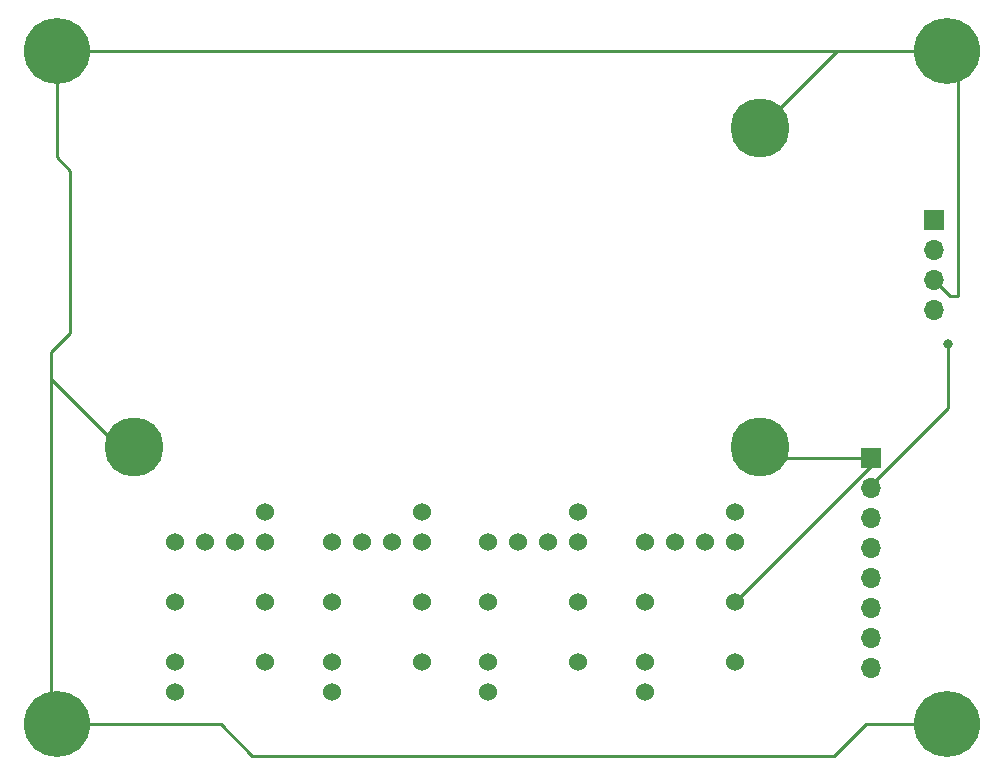
<source format=gbr>
%TF.GenerationSoftware,KiCad,Pcbnew,(5.1.7)-1*%
%TF.CreationDate,2022-02-19T15:23:42+00:00*%
%TF.ProjectId,ControlMenu-PCB,436f6e74-726f-46c4-9d65-6e752d504342,rev?*%
%TF.SameCoordinates,Original*%
%TF.FileFunction,Copper,L2,Bot*%
%TF.FilePolarity,Positive*%
%FSLAX46Y46*%
G04 Gerber Fmt 4.6, Leading zero omitted, Abs format (unit mm)*
G04 Created by KiCad (PCBNEW (5.1.7)-1) date 2022-02-19 15:23:42*
%MOMM*%
%LPD*%
G01*
G04 APERTURE LIST*
%TA.AperFunction,ComponentPad*%
%ADD10C,5.600000*%
%TD*%
%TA.AperFunction,ComponentPad*%
%ADD11O,1.700000X1.700000*%
%TD*%
%TA.AperFunction,ComponentPad*%
%ADD12R,1.700000X1.700000*%
%TD*%
%TA.AperFunction,ComponentPad*%
%ADD13C,5.000000*%
%TD*%
%TA.AperFunction,ComponentPad*%
%ADD14C,1.524000*%
%TD*%
%TA.AperFunction,ViaPad*%
%ADD15C,0.800000*%
%TD*%
%TA.AperFunction,Conductor*%
%ADD16C,0.250000*%
%TD*%
G04 APERTURE END LIST*
D10*
%TO.P,REF\u002A\u002A,1*%
%TO.N,/GND*%
X192090000Y-96880000D03*
%TD*%
D11*
%TO.P,J2,4*%
%TO.N,Net-(J1-Pad8)*%
X266320000Y-118800000D03*
%TO.P,J2,3*%
%TO.N,/GND*%
X266320000Y-116260000D03*
%TO.P,J2,2*%
%TO.N,/SDA*%
X266320000Y-113720000D03*
D12*
%TO.P,J2,1*%
%TO.N,/SCL*%
X266320000Y-111180000D03*
%TD*%
D13*
%TO.P,REF\u002A\u002A,1*%
%TO.N,/GND*%
X198590000Y-130380000D03*
%TD*%
%TO.P,REF\u002A\u002A,1*%
%TO.N,/GND*%
X251590000Y-130380000D03*
%TD*%
%TO.P,REF\u002A\u002A,1*%
%TO.N,/GND*%
X251590000Y-103380000D03*
%TD*%
D10*
%TO.P,REF\u002A\u002A,1*%
%TO.N,/GND*%
X192090000Y-153880000D03*
%TD*%
%TO.P,REF\u002A\u002A,1*%
%TO.N,/GND*%
X267420000Y-96880000D03*
%TD*%
%TO.P,REF\u002A\u002A,1*%
%TO.N,/GND*%
X267420000Y-153880000D03*
%TD*%
D14*
%TO.P,Enter1,5*%
%TO.N,Net-(Enter1-Pad5)*%
X244415000Y-138415000D03*
%TO.P,Enter1,6*%
%TO.N,Net-(Enter1-Pad6)*%
X246955000Y-138415000D03*
%TO.P,Enter1,7*%
%TO.N,N/C*%
X249495000Y-138415000D03*
%TO.P,Enter1,4*%
X241875000Y-138415000D03*
%TO.P,Enter1,8*%
X249495000Y-135875000D03*
X241875000Y-151115000D03*
%TO.P,Enter1,1*%
%TO.N,/GND*%
X249495000Y-143495000D03*
X241875000Y-143495000D03*
%TO.P,Enter1,3*%
%TO.N,Net-(Enter1-Pad3)*%
X249495000Y-148575000D03*
%TO.P,Enter1,2*%
%TO.N,/Enter*%
X241875000Y-148575000D03*
%TD*%
%TO.P,1s1,5*%
%TO.N,Net-(1s1-Pad5)*%
X231145000Y-138415000D03*
%TO.P,1s1,6*%
%TO.N,Net-(1s1-Pad6)*%
X233685000Y-138415000D03*
%TO.P,1s1,7*%
%TO.N,N/C*%
X236225000Y-138415000D03*
%TO.P,1s1,4*%
X228605000Y-138415000D03*
%TO.P,1s1,8*%
X236225000Y-135875000D03*
X228605000Y-151115000D03*
%TO.P,1s1,1*%
%TO.N,/GND*%
X236225000Y-143495000D03*
X228605000Y-143495000D03*
%TO.P,1s1,3*%
%TO.N,Net-(1s1-Pad3)*%
X236225000Y-148575000D03*
%TO.P,1s1,2*%
%TO.N,/1s*%
X228605000Y-148575000D03*
%TD*%
%TO.P,10s1,5*%
%TO.N,Net-(10s1-Pad5)*%
X217875000Y-138415000D03*
%TO.P,10s1,6*%
%TO.N,Net-(10s1-Pad6)*%
X220415000Y-138415000D03*
%TO.P,10s1,7*%
%TO.N,N/C*%
X222955000Y-138415000D03*
%TO.P,10s1,4*%
X215335000Y-138415000D03*
%TO.P,10s1,8*%
X222955000Y-135875000D03*
X215335000Y-151115000D03*
%TO.P,10s1,1*%
%TO.N,/GND*%
X222955000Y-143495000D03*
X215335000Y-143495000D03*
%TO.P,10s1,3*%
%TO.N,Net-(10s1-Pad3)*%
X222955000Y-148575000D03*
%TO.P,10s1,2*%
%TO.N,/10s*%
X215335000Y-148575000D03*
%TD*%
%TO.P,100s1,5*%
%TO.N,Net-(100s1-Pad5)*%
X204605000Y-138415000D03*
%TO.P,100s1,6*%
%TO.N,Net-(100s1-Pad6)*%
X207145000Y-138415000D03*
%TO.P,100s1,7*%
%TO.N,N/C*%
X209685000Y-138415000D03*
%TO.P,100s1,4*%
X202065000Y-138415000D03*
%TO.P,100s1,8*%
X209685000Y-135875000D03*
X202065000Y-151115000D03*
%TO.P,100s1,1*%
%TO.N,/GND*%
X209685000Y-143495000D03*
X202065000Y-143495000D03*
%TO.P,100s1,3*%
%TO.N,Net-(100s1-Pad3)*%
X209685000Y-148575000D03*
%TO.P,100s1,2*%
%TO.N,/100s*%
X202065000Y-148575000D03*
%TD*%
D11*
%TO.P,J1,8*%
%TO.N,Net-(J1-Pad8)*%
X260970000Y-149090000D03*
%TO.P,J1,7*%
%TO.N,/100s*%
X260970000Y-146550000D03*
%TO.P,J1,6*%
%TO.N,/10s*%
X260970000Y-144010000D03*
%TO.P,J1,5*%
%TO.N,/1s*%
X260970000Y-141470000D03*
%TO.P,J1,4*%
%TO.N,/Enter*%
X260970000Y-138930000D03*
%TO.P,J1,3*%
%TO.N,/SDA*%
X260970000Y-136390000D03*
%TO.P,J1,2*%
%TO.N,/SCL*%
X260970000Y-133850000D03*
D12*
%TO.P,J1,1*%
%TO.N,/GND*%
X260970000Y-131310000D03*
%TD*%
D15*
%TO.N,/SCL*%
X267495001Y-121694999D03*
%TD*%
D16*
%TO.N,/SCL*%
X260970000Y-133595002D02*
X260970000Y-133850000D01*
X267495001Y-127070001D02*
X260970000Y-133595002D01*
X267495001Y-121694999D02*
X267495001Y-127070001D01*
%TO.N,/GND*%
X260970000Y-132020000D02*
X249495000Y-143495000D01*
X260970000Y-131310000D02*
X260970000Y-132020000D01*
X268405001Y-97865001D02*
X267420000Y-96880000D01*
X268405001Y-117624999D02*
X268405001Y-97865001D01*
X197595012Y-96880000D02*
X192090000Y-96880000D01*
X267420000Y-96880000D02*
X197595012Y-96880000D01*
X192090000Y-96880000D02*
X192090000Y-105860000D01*
X192090000Y-105860000D02*
X193230000Y-107000000D01*
X193230000Y-107000000D02*
X193230000Y-120730000D01*
X193230000Y-120730000D02*
X191600000Y-122360000D01*
X191600000Y-153390000D02*
X192090000Y-153880000D01*
X192090000Y-153880000D02*
X205940000Y-153880000D01*
X208589990Y-156529990D02*
X257920010Y-156529990D01*
X205940000Y-153880000D02*
X208589990Y-156529990D01*
X260570000Y-153880000D02*
X267420000Y-153880000D01*
X257920010Y-156529990D02*
X260570000Y-153880000D01*
X267684999Y-117624999D02*
X266320000Y-116260000D01*
X268405001Y-117624999D02*
X267684999Y-117624999D01*
X252520000Y-131310000D02*
X251590000Y-130380000D01*
X260970000Y-131310000D02*
X252520000Y-131310000D01*
X258090000Y-96880000D02*
X251590000Y-103380000D01*
X267420000Y-96880000D02*
X258090000Y-96880000D01*
X197335012Y-130380000D02*
X191600000Y-124644988D01*
X198590000Y-130380000D02*
X197335012Y-130380000D01*
X191600000Y-124644988D02*
X191600000Y-122540000D01*
X191600000Y-122540000D02*
X191600000Y-153390000D01*
X191600000Y-122360000D02*
X191600000Y-122540000D01*
%TD*%
M02*

</source>
